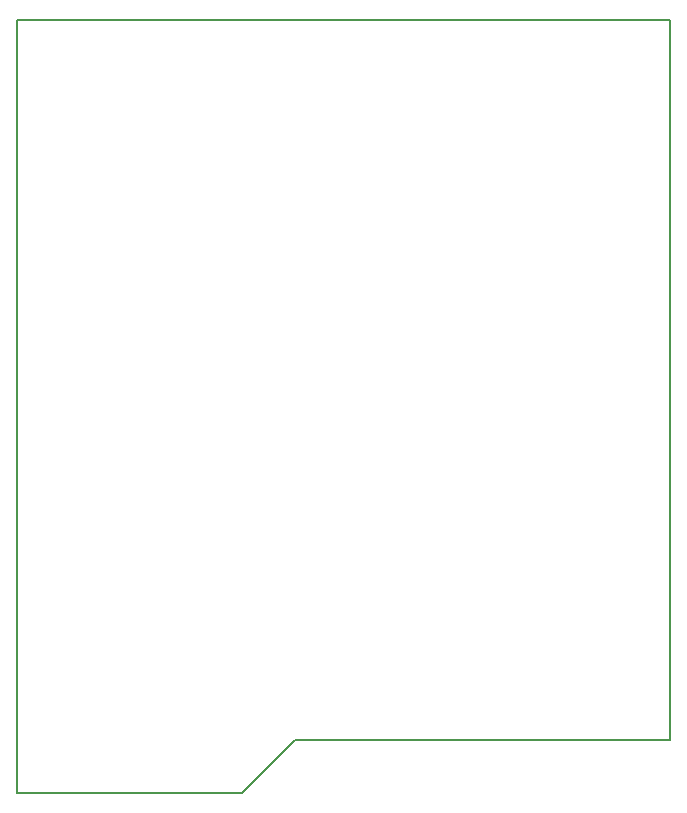
<source format=gbr>
G04 #@! TF.FileFunction,Other,User*
%FSLAX46Y46*%
G04 Gerber Fmt 4.6, Leading zero omitted, Abs format (unit mm)*
G04 Created by KiCad (PCBNEW 4.0.2+dfsg1-2~bpo8+1-stable) date lun 17 oct 2016 17:04:15 ART*
%MOMM*%
G01*
G04 APERTURE LIST*
%ADD10C,0.100000*%
%ADD11C,0.150000*%
G04 APERTURE END LIST*
D10*
D11*
X91195000Y-68750000D02*
X91195000Y-134155000D01*
X146440000Y-68750000D02*
X91195000Y-68750000D01*
X146440000Y-129710000D02*
X146440000Y-68750000D01*
X114690000Y-129710000D02*
X146440000Y-129710000D01*
X110245000Y-134155000D02*
X114690000Y-129710000D01*
X91195000Y-134155000D02*
X110245000Y-134155000D01*
M02*

</source>
